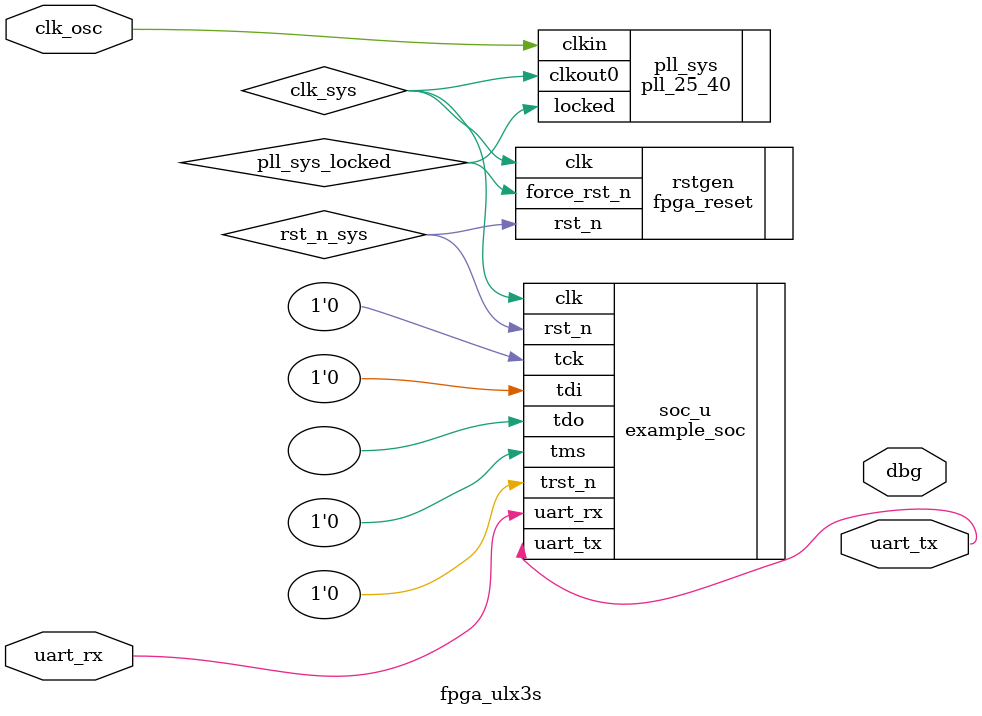
<source format=v>
/*****************************************************************************\
|                        Copyright (C) 2021 Luke Wren                         |
|                     SPDX-License-Identifier: Apache-2.0                     |
\*****************************************************************************/

`default_nettype none

module fpga_ulx3s (
	input  wire       clk_osc,
	output wire [7:0] dbg,

	output wire       uart_tx,
	input  wire       uart_rx
);

wire clk_sys;
wire pll_sys_locked;
wire rst_n_sys;

pll_25_40 pll_sys (
	.clkin   (clk_osc),
	.clkout0 (clk_sys),
	.locked  (pll_sys_locked)
);

fpga_reset #(
	.SHIFT (3)
) rstgen (
	.clk         (clk_sys),
	.force_rst_n (pll_sys_locked),
	.rst_n       (rst_n_sys)
);

example_soc #(
	.DTM_TYPE      ("ECP5"),
	.SRAM_DEPTH    (1 << 12),

	.EXTENSION_M   (1),
	.EXTENSION_A   (1),
	.EXTENSION_C   (0),
	.EXTENSION_ZBA (0),
	.EXTENSION_ZBB (0),
	.EXTENSION_ZBC (0),
	.EXTENSION_ZBS (0),
	.CSR_COUNTER   (0),
	.MUL_FAST      (0),
	.MULDIV_UNROLL (1)
) soc_u (
	.clk     (clk_sys),
	.rst_n   (rst_n_sys),

	// JTAG connections provided internally by ECP5 JTAGG primitive
	.tck     (1'b0),
	.trst_n  (1'b0),
	.tms     (1'b0),
	.tdi     (1'b0),
	.tdo     (/* unused */),

	.uart_tx (uart_tx),
	.uart_rx (uart_rx)
);

endmodule

</source>
